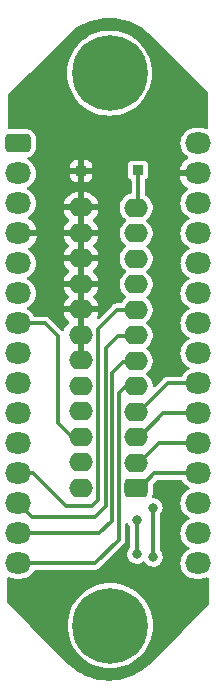
<source format=gtl>
G04 #@! TF.GenerationSoftware,KiCad,Pcbnew,6.0.1-79c1e3a40b~116~ubuntu20.04.1*
G04 #@! TF.CreationDate,2022-01-18T16:33:52+01:00*
G04 #@! TF.ProjectId,Nano_GPIB,4e616e6f-5f47-4504-9942-2e6b69636164,rev?*
G04 #@! TF.SameCoordinates,Original*
G04 #@! TF.FileFunction,Copper,L1,Top*
G04 #@! TF.FilePolarity,Positive*
%FSLAX46Y46*%
G04 Gerber Fmt 4.6, Leading zero omitted, Abs format (unit mm)*
G04 Created by KiCad (PCBNEW 6.0.1-79c1e3a40b~116~ubuntu20.04.1) date 2022-01-18 16:33:52*
%MOMM*%
%LPD*%
G01*
G04 APERTURE LIST*
G04 Aperture macros list*
%AMRoundRect*
0 Rectangle with rounded corners*
0 $1 Rounding radius*
0 $2 $3 $4 $5 $6 $7 $8 $9 X,Y pos of 4 corners*
0 Add a 4 corners polygon primitive as box body*
4,1,4,$2,$3,$4,$5,$6,$7,$8,$9,$2,$3,0*
0 Add four circle primitives for the rounded corners*
1,1,$1+$1,$2,$3*
1,1,$1+$1,$4,$5*
1,1,$1+$1,$6,$7*
1,1,$1+$1,$8,$9*
0 Add four rect primitives between the rounded corners*
20,1,$1+$1,$2,$3,$4,$5,0*
20,1,$1+$1,$4,$5,$6,$7,0*
20,1,$1+$1,$6,$7,$8,$9,0*
20,1,$1+$1,$8,$9,$2,$3,0*%
G04 Aperture macros list end*
G04 #@! TA.AperFunction,ComponentPad*
%ADD10R,0.850000X0.850000*%
G04 #@! TD*
G04 #@! TA.AperFunction,ComponentPad*
%ADD11RoundRect,0.400000X-0.700000X-0.400000X0.700000X-0.400000X0.700000X0.400000X-0.700000X0.400000X0*%
G04 #@! TD*
G04 #@! TA.AperFunction,ComponentPad*
%ADD12O,2.200000X1.800000*%
G04 #@! TD*
G04 #@! TA.AperFunction,ComponentPad*
%ADD13C,6.400000*%
G04 #@! TD*
G04 #@! TA.AperFunction,ComponentPad*
%ADD14C,0.800000*%
G04 #@! TD*
G04 #@! TA.AperFunction,ComponentPad*
%ADD15RoundRect,0.400000X0.600000X-0.400000X0.600000X0.400000X-0.600000X0.400000X-0.600000X-0.400000X0*%
G04 #@! TD*
G04 #@! TA.AperFunction,ComponentPad*
%ADD16O,2.000000X1.600000*%
G04 #@! TD*
G04 #@! TA.AperFunction,ViaPad*
%ADD17C,0.800000*%
G04 #@! TD*
G04 #@! TA.AperFunction,Conductor*
%ADD18C,0.300000*%
G04 #@! TD*
G04 APERTURE END LIST*
D10*
X101773739Y-87248447D03*
D11*
X96433300Y-84899000D03*
D12*
X96433300Y-87439000D03*
X96433300Y-89979000D03*
X96433300Y-92519000D03*
X96433300Y-95059000D03*
X96433300Y-97599000D03*
X96433300Y-100139000D03*
X96433300Y-102679000D03*
X96433300Y-105219000D03*
X96433300Y-107759000D03*
X96433300Y-110299000D03*
X96433300Y-112839000D03*
X96433300Y-115379000D03*
X96433300Y-117919000D03*
X96433300Y-120459000D03*
X111673300Y-120459000D03*
X111673300Y-117919000D03*
X111673300Y-115379000D03*
X111673300Y-112839000D03*
X111673300Y-110299000D03*
X111673300Y-107759000D03*
X111673300Y-105219000D03*
X111673300Y-102679000D03*
X111673300Y-100139000D03*
X111673300Y-97599000D03*
X111673300Y-95059000D03*
X111673300Y-92519000D03*
X111673300Y-89979000D03*
X111673300Y-87439000D03*
X111673300Y-84899000D03*
D13*
X104175300Y-78961000D03*
D14*
X104175300Y-81361000D03*
X102478244Y-77263944D03*
X106575300Y-78961000D03*
X105872356Y-80658056D03*
X104175300Y-76561000D03*
X105872356Y-77263944D03*
X101775300Y-78961000D03*
X102478244Y-80658056D03*
X101825300Y-125741000D03*
X102528244Y-127438056D03*
X102528244Y-124043944D03*
X106625300Y-125741000D03*
X105922356Y-124043944D03*
X104225300Y-123341000D03*
X105922356Y-127438056D03*
X104225300Y-128141000D03*
D13*
X104225300Y-125741000D03*
D15*
X106430000Y-114099000D03*
D16*
X106430000Y-111940000D03*
X106430000Y-109781000D03*
X106430000Y-107622000D03*
X106430000Y-105463000D03*
X106430000Y-103304000D03*
X106430000Y-101145000D03*
X106430000Y-98986000D03*
X106430000Y-96827000D03*
X106430000Y-94668000D03*
X106430000Y-92509000D03*
X106430000Y-90350000D03*
X101750000Y-114074500D03*
X101750000Y-111915500D03*
X101750000Y-109756500D03*
X101750000Y-107597500D03*
X101750000Y-105438500D03*
X101750000Y-103279500D03*
X101750000Y-101120500D03*
X101750000Y-98961500D03*
X101750000Y-96802500D03*
X101750000Y-94643500D03*
X101750000Y-92484500D03*
X101750000Y-90325500D03*
D10*
X106583739Y-87188447D03*
D17*
X108270000Y-114550000D03*
X97345300Y-80271000D03*
X96505300Y-122331000D03*
X111805300Y-83171000D03*
X111775300Y-122471000D03*
X110825300Y-80411000D03*
X96515300Y-83111000D03*
X97385300Y-124561000D03*
X110865300Y-124531000D03*
X106466300Y-119697000D03*
X106466300Y-116776000D03*
X107863300Y-119951000D03*
X107863300Y-115760000D03*
D18*
X101780000Y-103199700D02*
X101767300Y-103187000D01*
X101780000Y-87194708D02*
X101753739Y-87168447D01*
X101767300Y-92519000D02*
X101780000Y-92531700D01*
X101780000Y-92531700D02*
X101780000Y-103199700D01*
X98698300Y-100139000D02*
X99765300Y-101206000D01*
X96433300Y-100139000D02*
X98698300Y-100139000D01*
X99765300Y-108551000D02*
X101005300Y-109791000D01*
X101005300Y-109791000D02*
X101767300Y-109791000D01*
X99765300Y-101206000D02*
X99765300Y-108551000D01*
X106466300Y-119697000D02*
X106466300Y-116776000D01*
X107863300Y-119951000D02*
X107863300Y-115760000D01*
X100497300Y-115633000D02*
X102656300Y-115633000D01*
X96433300Y-112839000D02*
X97703300Y-112839000D01*
X97703300Y-112839000D02*
X100497300Y-115633000D01*
X106453600Y-99008700D02*
X106466300Y-98996000D01*
X104802600Y-99008700D02*
X106453600Y-99008700D01*
X102656300Y-115633000D02*
X103220000Y-115069300D01*
X103220000Y-100591300D02*
X104802600Y-99008700D01*
X103220000Y-115069300D02*
X103220000Y-100591300D01*
X96433300Y-115379000D02*
X97576300Y-116522000D01*
X106529800Y-101218500D02*
X106593300Y-101282000D01*
X104852800Y-101218500D02*
X106580600Y-101218500D01*
X103830000Y-102241300D02*
X104852800Y-101218500D01*
X102949322Y-116522000D02*
X103875300Y-115596022D01*
X103830000Y-115554056D02*
X103830000Y-102241300D01*
X97576300Y-116522000D02*
X102949322Y-116522000D01*
X103871966Y-115596022D02*
X103830000Y-115554056D01*
X105303800Y-103377500D02*
X104370000Y-104311300D01*
X103302311Y-117919000D02*
X96433300Y-117919000D01*
X104370000Y-104311300D02*
X104370000Y-116851311D01*
X104370000Y-116851311D02*
X103302311Y-117919000D01*
X106580600Y-103377500D02*
X105303800Y-103377500D01*
X104950000Y-106080000D02*
X105430000Y-105600000D01*
X104950000Y-118451300D02*
X104950000Y-106080000D01*
X96433300Y-120459000D02*
X102942300Y-120459000D01*
X105430000Y-105600000D02*
X106593300Y-105600000D01*
X102942300Y-120459000D02*
X104950000Y-118451300D01*
X106583739Y-87168447D02*
X106583739Y-90369561D01*
X106583739Y-90369561D02*
X106580600Y-90372700D01*
X106580600Y-114223300D02*
X107964900Y-112839000D01*
X107964900Y-112839000D02*
X111673300Y-112839000D01*
X106580600Y-112064300D02*
X108345900Y-110299000D01*
X108345900Y-110299000D02*
X111673300Y-110299000D01*
X106580600Y-109905300D02*
X108726900Y-107759000D01*
X108726900Y-107759000D02*
X111673300Y-107759000D01*
X109102300Y-105219000D02*
X111673300Y-105219000D01*
X106580600Y-107740700D02*
X109102300Y-105219000D01*
X106580600Y-107746300D02*
X106580600Y-107740700D01*
G04 #@! TA.AperFunction,Conductor*
G36*
X110283102Y-113409185D02*
G01*
X110328445Y-113461096D01*
X110342732Y-113491734D01*
X110345839Y-113496171D01*
X110345840Y-113496173D01*
X110470147Y-113673704D01*
X110470151Y-113673708D01*
X110473253Y-113678139D01*
X110634161Y-113839047D01*
X110638592Y-113842149D01*
X110638596Y-113842153D01*
X110782468Y-113942892D01*
X110820566Y-113969568D01*
X110825477Y-113971858D01*
X110878575Y-113996618D01*
X110931014Y-114042790D01*
X110950166Y-114109984D01*
X110929950Y-114176865D01*
X110878576Y-114221382D01*
X110820566Y-114248432D01*
X110816129Y-114251539D01*
X110816127Y-114251540D01*
X110638596Y-114375847D01*
X110638592Y-114375851D01*
X110634161Y-114378953D01*
X110473253Y-114539861D01*
X110470151Y-114544292D01*
X110470147Y-114544296D01*
X110345840Y-114721827D01*
X110342732Y-114726266D01*
X110340442Y-114731177D01*
X110248850Y-114927594D01*
X110248848Y-114927600D01*
X110246561Y-114932504D01*
X110187665Y-115152308D01*
X110187194Y-115157693D01*
X110187193Y-115157698D01*
X110174811Y-115299226D01*
X110167832Y-115379000D01*
X110168304Y-115384395D01*
X110186154Y-115588419D01*
X110187665Y-115605692D01*
X110246561Y-115825496D01*
X110248848Y-115830400D01*
X110248850Y-115830406D01*
X110323690Y-115990899D01*
X110342732Y-116031734D01*
X110345839Y-116036171D01*
X110345840Y-116036173D01*
X110470147Y-116213704D01*
X110470151Y-116213708D01*
X110473253Y-116218139D01*
X110634161Y-116379047D01*
X110638592Y-116382149D01*
X110638596Y-116382153D01*
X110784496Y-116484312D01*
X110820566Y-116509568D01*
X110825477Y-116511858D01*
X110878575Y-116536618D01*
X110931014Y-116582790D01*
X110950166Y-116649984D01*
X110929950Y-116716865D01*
X110878576Y-116761382D01*
X110820566Y-116788432D01*
X110816129Y-116791539D01*
X110816127Y-116791540D01*
X110638596Y-116915847D01*
X110638592Y-116915851D01*
X110634161Y-116918953D01*
X110473253Y-117079861D01*
X110470151Y-117084292D01*
X110470147Y-117084296D01*
X110346011Y-117261583D01*
X110342732Y-117266266D01*
X110340442Y-117271177D01*
X110248850Y-117467594D01*
X110248848Y-117467600D01*
X110246561Y-117472504D01*
X110187665Y-117692308D01*
X110167832Y-117919000D01*
X110187665Y-118145692D01*
X110246561Y-118365496D01*
X110248848Y-118370400D01*
X110248850Y-118370406D01*
X110319440Y-118521785D01*
X110342732Y-118571734D01*
X110345839Y-118576171D01*
X110345840Y-118576173D01*
X110470147Y-118753704D01*
X110470151Y-118753708D01*
X110473253Y-118758139D01*
X110634161Y-118919047D01*
X110638592Y-118922149D01*
X110638596Y-118922153D01*
X110816127Y-119046460D01*
X110820566Y-119049568D01*
X110850433Y-119063495D01*
X110878575Y-119076618D01*
X110931014Y-119122790D01*
X110950166Y-119189984D01*
X110929950Y-119256865D01*
X110878576Y-119301382D01*
X110820566Y-119328432D01*
X110816129Y-119331539D01*
X110816127Y-119331540D01*
X110638596Y-119455847D01*
X110638592Y-119455851D01*
X110634161Y-119458953D01*
X110473253Y-119619861D01*
X110470151Y-119624292D01*
X110470147Y-119624296D01*
X110370939Y-119765982D01*
X110342732Y-119806266D01*
X110340442Y-119811177D01*
X110248850Y-120007594D01*
X110248848Y-120007600D01*
X110246561Y-120012504D01*
X110187665Y-120232308D01*
X110187194Y-120237693D01*
X110187193Y-120237698D01*
X110168838Y-120447497D01*
X110167832Y-120459000D01*
X110168304Y-120464395D01*
X110186507Y-120672452D01*
X110187665Y-120685692D01*
X110246561Y-120905496D01*
X110248848Y-120910400D01*
X110248850Y-120910406D01*
X110291057Y-121000917D01*
X110342732Y-121111734D01*
X110345839Y-121116171D01*
X110345840Y-121116173D01*
X110470147Y-121293704D01*
X110470151Y-121293708D01*
X110473253Y-121298139D01*
X110634161Y-121459047D01*
X110638592Y-121462149D01*
X110638596Y-121462153D01*
X110816127Y-121586460D01*
X110820566Y-121589568D01*
X110825477Y-121591858D01*
X111021894Y-121683450D01*
X111021900Y-121683452D01*
X111026804Y-121685739D01*
X111246608Y-121744635D01*
X111251993Y-121745106D01*
X111251998Y-121745107D01*
X111413815Y-121759264D01*
X111413822Y-121759264D01*
X111416516Y-121759500D01*
X111930084Y-121759500D01*
X111932778Y-121759264D01*
X111932785Y-121759264D01*
X112094602Y-121745107D01*
X112094607Y-121745106D01*
X112099992Y-121744635D01*
X112319796Y-121685739D01*
X112366009Y-121664190D01*
X112395212Y-121650572D01*
X112464290Y-121640080D01*
X112528074Y-121668600D01*
X112566313Y-121727076D01*
X112571617Y-121762871D01*
X112572188Y-122617123D01*
X112573063Y-123927629D01*
X112553424Y-123994680D01*
X112536639Y-124015497D01*
X110286082Y-126260500D01*
X107505240Y-129034477D01*
X107487082Y-129049437D01*
X107475972Y-129056942D01*
X107468069Y-129067072D01*
X107451078Y-129084879D01*
X107170327Y-129325921D01*
X107162202Y-129332327D01*
X106836305Y-129567942D01*
X106827677Y-129573647D01*
X106702784Y-129648940D01*
X106483279Y-129781269D01*
X106474203Y-129786237D01*
X106113677Y-129964433D01*
X106104219Y-129968626D01*
X105730110Y-130116139D01*
X105720345Y-130119526D01*
X105335220Y-130235343D01*
X105325196Y-130237906D01*
X104931781Y-130321208D01*
X104921579Y-130322927D01*
X104610396Y-130362091D01*
X104522582Y-130373143D01*
X104512278Y-130374006D01*
X104110473Y-130390783D01*
X104100127Y-130390783D01*
X103698322Y-130374006D01*
X103688018Y-130373143D01*
X103600204Y-130362091D01*
X103289021Y-130322927D01*
X103278819Y-130321208D01*
X102885404Y-130237906D01*
X102875380Y-130235343D01*
X102490255Y-130119526D01*
X102480490Y-130116139D01*
X102106381Y-129968626D01*
X102096923Y-129964433D01*
X101736397Y-129786237D01*
X101727321Y-129781269D01*
X101507816Y-129648940D01*
X101382923Y-129573647D01*
X101374295Y-129567942D01*
X101048398Y-129332327D01*
X101040273Y-129325921D01*
X100759522Y-129084879D01*
X100742531Y-129067072D01*
X100734628Y-129056942D01*
X100726545Y-129051482D01*
X100726543Y-129051480D01*
X100725065Y-129050482D01*
X100723998Y-129049761D01*
X100705648Y-129034610D01*
X97418212Y-125741000D01*
X100619859Y-125741000D01*
X100639610Y-126117871D01*
X100698647Y-126490613D01*
X100796322Y-126855143D01*
X100797480Y-126858159D01*
X100797482Y-126858166D01*
X100930402Y-127204434D01*
X100930406Y-127204442D01*
X100931566Y-127207465D01*
X101102897Y-127543720D01*
X101104663Y-127546440D01*
X101104668Y-127546448D01*
X101306665Y-127857497D01*
X101308437Y-127860225D01*
X101310478Y-127862745D01*
X101310482Y-127862751D01*
X101543895Y-128150992D01*
X101545935Y-128153511D01*
X101812789Y-128420365D01*
X101815306Y-128422403D01*
X101815308Y-128422405D01*
X102103549Y-128655818D01*
X102103555Y-128655822D01*
X102106075Y-128657863D01*
X102108798Y-128659631D01*
X102108803Y-128659635D01*
X102377143Y-128833897D01*
X102422579Y-128863403D01*
X102758835Y-129034734D01*
X102761858Y-129035894D01*
X102761866Y-129035898D01*
X103108134Y-129168818D01*
X103108141Y-129168820D01*
X103111157Y-129169978D01*
X103475687Y-129267653D01*
X103848429Y-129326690D01*
X103851661Y-129326859D01*
X103851667Y-129326860D01*
X104222056Y-129346271D01*
X104225300Y-129346441D01*
X104228544Y-129346271D01*
X104598933Y-129326860D01*
X104598939Y-129326859D01*
X104602171Y-129326690D01*
X104974913Y-129267653D01*
X105339443Y-129169978D01*
X105342459Y-129168820D01*
X105342466Y-129168818D01*
X105688734Y-129035898D01*
X105688742Y-129035894D01*
X105691765Y-129034734D01*
X106028021Y-128863403D01*
X106073457Y-128833897D01*
X106341797Y-128659635D01*
X106341802Y-128659631D01*
X106344525Y-128657863D01*
X106347045Y-128655822D01*
X106347051Y-128655818D01*
X106635292Y-128422405D01*
X106635294Y-128422403D01*
X106637811Y-128420365D01*
X106904665Y-128153511D01*
X106906705Y-128150992D01*
X107140118Y-127862751D01*
X107140122Y-127862745D01*
X107142163Y-127860225D01*
X107143935Y-127857497D01*
X107345932Y-127546448D01*
X107345937Y-127546440D01*
X107347703Y-127543720D01*
X107519034Y-127207465D01*
X107520194Y-127204442D01*
X107520198Y-127204434D01*
X107653118Y-126858166D01*
X107653120Y-126858159D01*
X107654278Y-126855143D01*
X107751953Y-126490613D01*
X107810990Y-126117871D01*
X107830741Y-125741000D01*
X107810990Y-125364129D01*
X107751953Y-124991387D01*
X107654278Y-124626857D01*
X107653118Y-124623834D01*
X107520198Y-124277566D01*
X107520194Y-124277558D01*
X107519034Y-124274535D01*
X107347703Y-123938280D01*
X107345937Y-123935560D01*
X107345932Y-123935552D01*
X107143935Y-123624503D01*
X107143931Y-123624498D01*
X107142163Y-123621775D01*
X107140122Y-123619255D01*
X107140118Y-123619249D01*
X106906705Y-123331008D01*
X106906703Y-123331006D01*
X106904665Y-123328489D01*
X106637811Y-123061635D01*
X106635292Y-123059595D01*
X106347051Y-122826182D01*
X106347045Y-122826178D01*
X106344525Y-122824137D01*
X106341802Y-122822369D01*
X106341797Y-122822365D01*
X106030748Y-122620368D01*
X106028021Y-122618597D01*
X105691765Y-122447266D01*
X105688742Y-122446106D01*
X105688734Y-122446102D01*
X105342466Y-122313182D01*
X105342459Y-122313180D01*
X105339443Y-122312022D01*
X104974913Y-122214347D01*
X104602171Y-122155310D01*
X104598939Y-122155141D01*
X104598933Y-122155140D01*
X104228544Y-122135729D01*
X104225300Y-122135559D01*
X104222056Y-122135729D01*
X103851667Y-122155140D01*
X103851661Y-122155141D01*
X103848429Y-122155310D01*
X103475687Y-122214347D01*
X103111157Y-122312022D01*
X103108141Y-122313180D01*
X103108134Y-122313182D01*
X102761866Y-122446102D01*
X102761858Y-122446106D01*
X102758835Y-122447266D01*
X102422580Y-122618597D01*
X102419860Y-122620363D01*
X102419852Y-122620368D01*
X102108803Y-122822365D01*
X102108798Y-122822369D01*
X102106075Y-122824137D01*
X102103555Y-122826178D01*
X102103549Y-122826182D01*
X101815308Y-123059595D01*
X101812789Y-123061635D01*
X101545935Y-123328489D01*
X101543897Y-123331006D01*
X101543895Y-123331008D01*
X101310482Y-123619249D01*
X101310478Y-123619255D01*
X101308437Y-123621775D01*
X101306669Y-123624498D01*
X101306665Y-123624503D01*
X101104668Y-123935552D01*
X101104663Y-123935560D01*
X101102897Y-123938280D01*
X100931566Y-124274535D01*
X100930406Y-124277558D01*
X100930402Y-124277566D01*
X100797482Y-124623834D01*
X100796322Y-124626857D01*
X100698647Y-124991387D01*
X100639610Y-125364129D01*
X100619859Y-125741000D01*
X97418212Y-125741000D01*
X95541956Y-123861221D01*
X95508529Y-123799868D01*
X95505720Y-123773437D01*
X95506794Y-123059595D01*
X95508764Y-121750540D01*
X95528550Y-121683532D01*
X95581422Y-121637856D01*
X95650596Y-121628017D01*
X95685169Y-121638346D01*
X95737825Y-121662899D01*
X95786804Y-121685739D01*
X96006608Y-121744635D01*
X96011993Y-121745106D01*
X96011998Y-121745107D01*
X96173815Y-121759264D01*
X96173822Y-121759264D01*
X96176516Y-121759500D01*
X96690084Y-121759500D01*
X96692778Y-121759264D01*
X96692785Y-121759264D01*
X96854602Y-121745107D01*
X96854607Y-121745106D01*
X96859992Y-121744635D01*
X97079796Y-121685739D01*
X97084700Y-121683452D01*
X97084706Y-121683450D01*
X97281123Y-121591858D01*
X97286034Y-121589568D01*
X97290473Y-121586460D01*
X97468004Y-121462153D01*
X97468008Y-121462149D01*
X97472439Y-121459047D01*
X97633347Y-121298139D01*
X97636449Y-121293708D01*
X97636453Y-121293704D01*
X97760760Y-121116173D01*
X97760761Y-121116171D01*
X97763868Y-121111734D01*
X97778155Y-121081096D01*
X97824327Y-121028656D01*
X97890537Y-121009500D01*
X102927343Y-121009500D01*
X102932536Y-121009609D01*
X102986146Y-121011856D01*
X102986147Y-121011856D01*
X102994594Y-121012210D01*
X103002825Y-121010279D01*
X103002829Y-121010279D01*
X103037047Y-121002253D01*
X103048532Y-121000124D01*
X103066388Y-120997678D01*
X103083360Y-120995353D01*
X103083361Y-120995353D01*
X103091732Y-120994206D01*
X103105690Y-120988166D01*
X103126625Y-120981242D01*
X103133203Y-120979699D01*
X103141436Y-120977768D01*
X103179648Y-120956761D01*
X103190135Y-120951624D01*
X103222397Y-120937663D01*
X103222402Y-120937660D01*
X103230155Y-120934305D01*
X103236721Y-120928988D01*
X103236723Y-120928987D01*
X103241976Y-120924733D01*
X103260265Y-120912443D01*
X103273608Y-120905107D01*
X103281722Y-120898103D01*
X103306334Y-120873491D01*
X103315979Y-120864806D01*
X103347370Y-120839386D01*
X103358364Y-120823916D01*
X103371759Y-120808066D01*
X105328679Y-118851146D01*
X105332427Y-118847551D01*
X105371935Y-118811222D01*
X105371937Y-118811220D01*
X105378156Y-118805501D01*
X105401142Y-118768428D01*
X105407752Y-118758811D01*
X105408262Y-118758139D01*
X105434112Y-118724083D01*
X105437223Y-118716225D01*
X105437226Y-118716220D01*
X105439710Y-118709945D01*
X105449618Y-118690244D01*
X105453180Y-118684499D01*
X105457635Y-118677314D01*
X105469800Y-118635442D01*
X105473584Y-118624391D01*
X105486524Y-118591708D01*
X105486525Y-118591705D01*
X105489636Y-118583847D01*
X105490519Y-118575443D01*
X105490521Y-118575436D01*
X105491228Y-118568711D01*
X105495471Y-118547084D01*
X105497901Y-118538719D01*
X105499715Y-118532475D01*
X105500500Y-118521785D01*
X105500500Y-118486986D01*
X105501179Y-118474024D01*
X105504518Y-118442254D01*
X105505402Y-118433845D01*
X105502237Y-118415132D01*
X105500500Y-118394453D01*
X105500500Y-117168477D01*
X105520185Y-117101438D01*
X105572989Y-117055683D01*
X105642147Y-117045739D01*
X105705703Y-117074764D01*
X105734942Y-117113642D01*
X105735026Y-117113896D01*
X105738616Y-117119823D01*
X105738616Y-117119824D01*
X105814832Y-117245671D01*
X105828059Y-117267512D01*
X105832873Y-117272497D01*
X105880998Y-117322332D01*
X105913408Y-117384231D01*
X105915800Y-117408470D01*
X105915800Y-119063495D01*
X105896115Y-119130534D01*
X105878558Y-119152089D01*
X105846986Y-119183007D01*
X105846983Y-119183010D01*
X105842032Y-119187859D01*
X105813417Y-119232261D01*
X105749436Y-119331540D01*
X105744746Y-119338817D01*
X105742376Y-119345329D01*
X105702151Y-119455847D01*
X105683322Y-119507578D01*
X105682453Y-119514459D01*
X105668578Y-119624296D01*
X105660814Y-119685753D01*
X105661491Y-119692655D01*
X105675635Y-119836904D01*
X105678339Y-119864486D01*
X105735026Y-120034896D01*
X105738619Y-120040829D01*
X105738620Y-120040831D01*
X105824468Y-120182583D01*
X105828059Y-120188512D01*
X105952814Y-120317699D01*
X105958608Y-120321490D01*
X105958611Y-120321493D01*
X106054513Y-120384249D01*
X106103089Y-120416036D01*
X106271416Y-120478636D01*
X106449430Y-120502388D01*
X106456331Y-120501760D01*
X106456333Y-120501760D01*
X106564044Y-120491958D01*
X106628281Y-120486112D01*
X106799082Y-120430615D01*
X106953344Y-120338657D01*
X106973753Y-120319222D01*
X106974099Y-120318893D01*
X107036223Y-120286917D01*
X107105772Y-120293605D01*
X107160665Y-120336831D01*
X107165675Y-120344457D01*
X107209025Y-120416036D01*
X107225059Y-120442512D01*
X107349814Y-120571699D01*
X107355608Y-120575490D01*
X107355611Y-120575493D01*
X107451513Y-120638249D01*
X107500089Y-120670036D01*
X107506584Y-120672451D01*
X107506585Y-120672452D01*
X107564441Y-120693968D01*
X107668416Y-120732636D01*
X107846430Y-120756388D01*
X107853331Y-120755760D01*
X107853333Y-120755760D01*
X107961044Y-120745958D01*
X108025281Y-120740112D01*
X108196082Y-120684615D01*
X108350344Y-120592657D01*
X108462227Y-120486112D01*
X108475380Y-120473587D01*
X108475382Y-120473585D01*
X108480399Y-120468807D01*
X108564511Y-120342208D01*
X108575945Y-120324999D01*
X108575946Y-120324997D01*
X108579783Y-120319222D01*
X108643557Y-120151336D01*
X108668551Y-119973493D01*
X108668865Y-119951000D01*
X108648846Y-119772528D01*
X108589785Y-119602927D01*
X108494616Y-119450625D01*
X108449813Y-119405508D01*
X108416542Y-119344068D01*
X108413800Y-119318133D01*
X108413800Y-116394375D01*
X108433485Y-116327336D01*
X108452287Y-116304578D01*
X108453855Y-116303085D01*
X108480399Y-116277807D01*
X108567934Y-116146056D01*
X108575945Y-116133999D01*
X108575946Y-116133997D01*
X108579783Y-116128222D01*
X108643557Y-115960336D01*
X108668551Y-115782493D01*
X108668865Y-115760000D01*
X108648846Y-115581528D01*
X108589785Y-115411927D01*
X108494616Y-115259625D01*
X108388045Y-115152308D01*
X108372953Y-115137110D01*
X108372952Y-115137109D01*
X108368070Y-115132193D01*
X108216436Y-115035963D01*
X108208046Y-115032975D01*
X108053779Y-114978043D01*
X108053775Y-114978042D01*
X108047251Y-114975719D01*
X107880883Y-114955881D01*
X107816646Y-114928397D01*
X107777465Y-114870547D01*
X107775780Y-114800698D01*
X107783927Y-114778781D01*
X107789827Y-114766577D01*
X107798000Y-114731177D01*
X107829045Y-114596705D01*
X107829045Y-114596704D01*
X107830226Y-114591589D01*
X107830500Y-114586837D01*
X107830499Y-113803287D01*
X107850183Y-113736248D01*
X107866818Y-113715606D01*
X108156605Y-113425819D01*
X108217928Y-113392334D01*
X108244286Y-113389500D01*
X110216063Y-113389500D01*
X110283102Y-113409185D01*
G37*
G04 #@! TD.AperFunction*
G04 #@! TA.AperFunction,Conductor*
G36*
X104555204Y-74289935D02*
G01*
X104565508Y-74290798D01*
X104653322Y-74301850D01*
X104964505Y-74341014D01*
X104974707Y-74342733D01*
X105368122Y-74426035D01*
X105378146Y-74428598D01*
X105763271Y-74544415D01*
X105773036Y-74547802D01*
X106075360Y-74667010D01*
X106147145Y-74695315D01*
X106156603Y-74699508D01*
X106517129Y-74877704D01*
X106526205Y-74882672D01*
X106870601Y-75090292D01*
X106879231Y-75095999D01*
X107205128Y-75331614D01*
X107213247Y-75338015D01*
X107440566Y-75533182D01*
X107494004Y-75579062D01*
X107510993Y-75596867D01*
X107518898Y-75606999D01*
X107526985Y-75612462D01*
X107530132Y-75614588D01*
X107548239Y-75629497D01*
X112507681Y-80570937D01*
X112541277Y-80632200D01*
X112544159Y-80658695D01*
X112546113Y-83583070D01*
X112526473Y-83650123D01*
X112473700Y-83695913D01*
X112404548Y-83705903D01*
X112369709Y-83695535D01*
X112324711Y-83674552D01*
X112324702Y-83674549D01*
X112319796Y-83672261D01*
X112099992Y-83613365D01*
X112094607Y-83612894D01*
X112094602Y-83612893D01*
X111932785Y-83598736D01*
X111932778Y-83598736D01*
X111930084Y-83598500D01*
X111416516Y-83598500D01*
X111413822Y-83598736D01*
X111413815Y-83598736D01*
X111251998Y-83612893D01*
X111251993Y-83612894D01*
X111246608Y-83613365D01*
X111026804Y-83672261D01*
X111021900Y-83674548D01*
X111021894Y-83674550D01*
X110841539Y-83758652D01*
X110820566Y-83768432D01*
X110816129Y-83771539D01*
X110816127Y-83771540D01*
X110638596Y-83895847D01*
X110638592Y-83895851D01*
X110634161Y-83898953D01*
X110473253Y-84059861D01*
X110470151Y-84064292D01*
X110470147Y-84064296D01*
X110461966Y-84075980D01*
X110342732Y-84246266D01*
X110340442Y-84251177D01*
X110248850Y-84447594D01*
X110248848Y-84447600D01*
X110246561Y-84452504D01*
X110187665Y-84672308D01*
X110167832Y-84899000D01*
X110187665Y-85125692D01*
X110246561Y-85345496D01*
X110248848Y-85350400D01*
X110248850Y-85350406D01*
X110270440Y-85396705D01*
X110342732Y-85551734D01*
X110345839Y-85556171D01*
X110345840Y-85556173D01*
X110470147Y-85733704D01*
X110470151Y-85733708D01*
X110473253Y-85738139D01*
X110634161Y-85899047D01*
X110638592Y-85902149D01*
X110638596Y-85902153D01*
X110789952Y-86008132D01*
X110833577Y-86062709D01*
X110840771Y-86132207D01*
X110809248Y-86194562D01*
X110788079Y-86212568D01*
X110597237Y-86341051D01*
X110589087Y-86347603D01*
X110424772Y-86504352D01*
X110417836Y-86512192D01*
X110282280Y-86694385D01*
X110276769Y-86703273D01*
X110173852Y-86905696D01*
X110169910Y-86915405D01*
X110102573Y-87132266D01*
X110100325Y-87142491D01*
X110096504Y-87171325D01*
X110098666Y-87185268D01*
X110111640Y-87189000D01*
X111799300Y-87189000D01*
X111866339Y-87208685D01*
X111912094Y-87261489D01*
X111923300Y-87313000D01*
X111923300Y-87565000D01*
X111903615Y-87632039D01*
X111850811Y-87677794D01*
X111799300Y-87689000D01*
X110113068Y-87689000D01*
X110099751Y-87692910D01*
X110098249Y-87703352D01*
X110126420Y-87837613D01*
X110129430Y-87847647D01*
X110212841Y-88058857D01*
X110217492Y-88068228D01*
X110335299Y-88262366D01*
X110341466Y-88270823D01*
X110490297Y-88442337D01*
X110497802Y-88449634D01*
X110673405Y-88593620D01*
X110682026Y-88599545D01*
X110784202Y-88657707D01*
X110832725Y-88707979D01*
X110846367Y-88776504D01*
X110820796Y-88841526D01*
X110793982Y-88867046D01*
X110638596Y-88975847D01*
X110638592Y-88975851D01*
X110634161Y-88978953D01*
X110473253Y-89139861D01*
X110470151Y-89144292D01*
X110470147Y-89144296D01*
X110347466Y-89319505D01*
X110342732Y-89326266D01*
X110340442Y-89331177D01*
X110248850Y-89527594D01*
X110248848Y-89527600D01*
X110246561Y-89532504D01*
X110187665Y-89752308D01*
X110187194Y-89757693D01*
X110187193Y-89757698D01*
X110176995Y-89874265D01*
X110167832Y-89979000D01*
X110168304Y-89984395D01*
X110176275Y-90075500D01*
X110187665Y-90205692D01*
X110246561Y-90425496D01*
X110248848Y-90430400D01*
X110248850Y-90430406D01*
X110316509Y-90575500D01*
X110342732Y-90631734D01*
X110345839Y-90636171D01*
X110345840Y-90636173D01*
X110470147Y-90813704D01*
X110470151Y-90813708D01*
X110473253Y-90818139D01*
X110634161Y-90979047D01*
X110638592Y-90982149D01*
X110638596Y-90982153D01*
X110793982Y-91090954D01*
X110820566Y-91109568D01*
X110825477Y-91111858D01*
X110878575Y-91136618D01*
X110931014Y-91182790D01*
X110950166Y-91249984D01*
X110929950Y-91316865D01*
X110878576Y-91361382D01*
X110820566Y-91388432D01*
X110816129Y-91391539D01*
X110816127Y-91391540D01*
X110638596Y-91515847D01*
X110638592Y-91515851D01*
X110634161Y-91518953D01*
X110473253Y-91679861D01*
X110470151Y-91684292D01*
X110470147Y-91684296D01*
X110385468Y-91805232D01*
X110342732Y-91866266D01*
X110340442Y-91871177D01*
X110248850Y-92067594D01*
X110248848Y-92067600D01*
X110246561Y-92072504D01*
X110187665Y-92292308D01*
X110187194Y-92297693D01*
X110187193Y-92297698D01*
X110177473Y-92408801D01*
X110167832Y-92519000D01*
X110168304Y-92524395D01*
X110187028Y-92738410D01*
X110187665Y-92745692D01*
X110246561Y-92965496D01*
X110248848Y-92970400D01*
X110248850Y-92970406D01*
X110324241Y-93132080D01*
X110342732Y-93171734D01*
X110345839Y-93176171D01*
X110345840Y-93176173D01*
X110470147Y-93353704D01*
X110470151Y-93353708D01*
X110473253Y-93358139D01*
X110634161Y-93519047D01*
X110638592Y-93522149D01*
X110638596Y-93522153D01*
X110806930Y-93640020D01*
X110820566Y-93649568D01*
X110825477Y-93651858D01*
X110878575Y-93676618D01*
X110931014Y-93722790D01*
X110950166Y-93789984D01*
X110929950Y-93856865D01*
X110878576Y-93901382D01*
X110820566Y-93928432D01*
X110816129Y-93931539D01*
X110816127Y-93931540D01*
X110638596Y-94055847D01*
X110638592Y-94055851D01*
X110634161Y-94058953D01*
X110473253Y-94219861D01*
X110470151Y-94224292D01*
X110470147Y-94224296D01*
X110354014Y-94390153D01*
X110342732Y-94406266D01*
X110340442Y-94411177D01*
X110248850Y-94607594D01*
X110248848Y-94607600D01*
X110246561Y-94612504D01*
X110187665Y-94832308D01*
X110187194Y-94837693D01*
X110187193Y-94837698D01*
X110180751Y-94911330D01*
X110167832Y-95059000D01*
X110168304Y-95064395D01*
X110181932Y-95220159D01*
X110187665Y-95285692D01*
X110246561Y-95505496D01*
X110248848Y-95510400D01*
X110248850Y-95510406D01*
X110275414Y-95567371D01*
X110342732Y-95711734D01*
X110345839Y-95716171D01*
X110345840Y-95716173D01*
X110470147Y-95893704D01*
X110470151Y-95893708D01*
X110473253Y-95898139D01*
X110634161Y-96059047D01*
X110638592Y-96062149D01*
X110638596Y-96062153D01*
X110757754Y-96145587D01*
X110820566Y-96189568D01*
X110825477Y-96191858D01*
X110878575Y-96216618D01*
X110931014Y-96262790D01*
X110950166Y-96329984D01*
X110929950Y-96396865D01*
X110878576Y-96441382D01*
X110820566Y-96468432D01*
X110816129Y-96471539D01*
X110816127Y-96471540D01*
X110638596Y-96595847D01*
X110638592Y-96595851D01*
X110634161Y-96598953D01*
X110473253Y-96759861D01*
X110470151Y-96764292D01*
X110470147Y-96764296D01*
X110363991Y-96915905D01*
X110342732Y-96946266D01*
X110340442Y-96951177D01*
X110248850Y-97147594D01*
X110248848Y-97147600D01*
X110246561Y-97152504D01*
X110187665Y-97372308D01*
X110187194Y-97377693D01*
X110187193Y-97377698D01*
X110173374Y-97535659D01*
X110167832Y-97599000D01*
X110168304Y-97604395D01*
X110186807Y-97815881D01*
X110187665Y-97825692D01*
X110246561Y-98045496D01*
X110248848Y-98050400D01*
X110248850Y-98050406D01*
X110332952Y-98230761D01*
X110342732Y-98251734D01*
X110345839Y-98256171D01*
X110345840Y-98256173D01*
X110470147Y-98433704D01*
X110470151Y-98433708D01*
X110473253Y-98438139D01*
X110634161Y-98599047D01*
X110638592Y-98602149D01*
X110638596Y-98602153D01*
X110788472Y-98707096D01*
X110820566Y-98729568D01*
X110825477Y-98731858D01*
X110878575Y-98756618D01*
X110931014Y-98802790D01*
X110950166Y-98869984D01*
X110929950Y-98936865D01*
X110878576Y-98981382D01*
X110820566Y-99008432D01*
X110816129Y-99011539D01*
X110816127Y-99011540D01*
X110638596Y-99135847D01*
X110638592Y-99135851D01*
X110634161Y-99138953D01*
X110473253Y-99299861D01*
X110470151Y-99304292D01*
X110470147Y-99304296D01*
X110394218Y-99412735D01*
X110342732Y-99486266D01*
X110340442Y-99491177D01*
X110248850Y-99687594D01*
X110248848Y-99687600D01*
X110246561Y-99692504D01*
X110187665Y-99912308D01*
X110187194Y-99917693D01*
X110187193Y-99917698D01*
X110170794Y-100105143D01*
X110167832Y-100139000D01*
X110168304Y-100144395D01*
X110183538Y-100318517D01*
X110187665Y-100365692D01*
X110246561Y-100585496D01*
X110248848Y-100590400D01*
X110248850Y-100590406D01*
X110305819Y-100712574D01*
X110342732Y-100791734D01*
X110345839Y-100796171D01*
X110345840Y-100796173D01*
X110470147Y-100973704D01*
X110470151Y-100973708D01*
X110473253Y-100978139D01*
X110634161Y-101139047D01*
X110638592Y-101142149D01*
X110638596Y-101142153D01*
X110766570Y-101231760D01*
X110820566Y-101269568D01*
X110825477Y-101271858D01*
X110878575Y-101296618D01*
X110931014Y-101342790D01*
X110950166Y-101409984D01*
X110929950Y-101476865D01*
X110878576Y-101521382D01*
X110820566Y-101548432D01*
X110816129Y-101551539D01*
X110816127Y-101551540D01*
X110638596Y-101675847D01*
X110638592Y-101675851D01*
X110634161Y-101678953D01*
X110473253Y-101839861D01*
X110470151Y-101844292D01*
X110470147Y-101844296D01*
X110392718Y-101954878D01*
X110342732Y-102026266D01*
X110340442Y-102031177D01*
X110248850Y-102227594D01*
X110248848Y-102227600D01*
X110246561Y-102232504D01*
X110187665Y-102452308D01*
X110187194Y-102457693D01*
X110187193Y-102457698D01*
X110177729Y-102565876D01*
X110167832Y-102679000D01*
X110168304Y-102684395D01*
X110185844Y-102884876D01*
X110187665Y-102905692D01*
X110189065Y-102910917D01*
X110192587Y-102924060D01*
X110246561Y-103125496D01*
X110248848Y-103130400D01*
X110248850Y-103130406D01*
X110283075Y-103203801D01*
X110342732Y-103331734D01*
X110345839Y-103336171D01*
X110345840Y-103336173D01*
X110470147Y-103513704D01*
X110470151Y-103513708D01*
X110473253Y-103518139D01*
X110634161Y-103679047D01*
X110638592Y-103682149D01*
X110638596Y-103682153D01*
X110816127Y-103806460D01*
X110820566Y-103809568D01*
X110825477Y-103811858D01*
X110878575Y-103836618D01*
X110931014Y-103882790D01*
X110950166Y-103949984D01*
X110929950Y-104016865D01*
X110878576Y-104061382D01*
X110820566Y-104088432D01*
X110816129Y-104091539D01*
X110816127Y-104091540D01*
X110638596Y-104215847D01*
X110638592Y-104215851D01*
X110634161Y-104218953D01*
X110473253Y-104379861D01*
X110470151Y-104384292D01*
X110470147Y-104384296D01*
X110361596Y-104539325D01*
X110342732Y-104566266D01*
X110340442Y-104571177D01*
X110340440Y-104571181D01*
X110328445Y-104596904D01*
X110282273Y-104649344D01*
X110216063Y-104668500D01*
X109117257Y-104668500D01*
X109112064Y-104668391D01*
X109058454Y-104666144D01*
X109058453Y-104666144D01*
X109050006Y-104665790D01*
X109041775Y-104667721D01*
X109041771Y-104667721D01*
X109007553Y-104675747D01*
X108996068Y-104677876D01*
X108978212Y-104680322D01*
X108961240Y-104682647D01*
X108961239Y-104682647D01*
X108952868Y-104683794D01*
X108945110Y-104687151D01*
X108945111Y-104687151D01*
X108938911Y-104689834D01*
X108917975Y-104696758D01*
X108911394Y-104698301D01*
X108911389Y-104698303D01*
X108903164Y-104700232D01*
X108895756Y-104704305D01*
X108895755Y-104704305D01*
X108864949Y-104721240D01*
X108854459Y-104726379D01*
X108830905Y-104736572D01*
X108814445Y-104743695D01*
X108807871Y-104749018D01*
X108807870Y-104749019D01*
X108802622Y-104753268D01*
X108784325Y-104765564D01*
X108776686Y-104769763D01*
X108776681Y-104769766D01*
X108770992Y-104772894D01*
X108762878Y-104779898D01*
X108738271Y-104804505D01*
X108728626Y-104813190D01*
X108697230Y-104838614D01*
X108692333Y-104845505D01*
X108692331Y-104845507D01*
X108686234Y-104854086D01*
X108672839Y-104869937D01*
X108043046Y-105499730D01*
X107981723Y-105533215D01*
X107912031Y-105528231D01*
X107856098Y-105486359D01*
X107831681Y-105420895D01*
X107831376Y-105410426D01*
X107831852Y-105374095D01*
X107831852Y-105374090D01*
X107831926Y-105368406D01*
X107822316Y-105312476D01*
X107795525Y-105156560D01*
X107795524Y-105156557D01*
X107794562Y-105150957D01*
X107718196Y-104943957D01*
X107612063Y-104765564D01*
X107608296Y-104759232D01*
X107608295Y-104759231D01*
X107605386Y-104754341D01*
X107459910Y-104588457D01*
X107455451Y-104584942D01*
X107455447Y-104584938D01*
X107322466Y-104480105D01*
X107282006Y-104423143D01*
X107278764Y-104353349D01*
X107313771Y-104292881D01*
X107325042Y-104283371D01*
X107406180Y-104222782D01*
X107436733Y-104199967D01*
X107586501Y-104037949D01*
X107642624Y-103949000D01*
X107701202Y-103856159D01*
X107701203Y-103856157D01*
X107704236Y-103851350D01*
X107785994Y-103646421D01*
X107829038Y-103430024D01*
X107829360Y-103405500D01*
X107831852Y-103215095D01*
X107831852Y-103215090D01*
X107831926Y-103209406D01*
X107800830Y-103028434D01*
X107795525Y-102997560D01*
X107795524Y-102997557D01*
X107794562Y-102991957D01*
X107718196Y-102784957D01*
X107605386Y-102595341D01*
X107459910Y-102429457D01*
X107455451Y-102425942D01*
X107455447Y-102425938D01*
X107322466Y-102321105D01*
X107282006Y-102264143D01*
X107278764Y-102194349D01*
X107313771Y-102133881D01*
X107325042Y-102124371D01*
X107436733Y-102040967D01*
X107586501Y-101878949D01*
X107605540Y-101848774D01*
X107701202Y-101697159D01*
X107701203Y-101697157D01*
X107704236Y-101692350D01*
X107785994Y-101487421D01*
X107829038Y-101271024D01*
X107829728Y-101218365D01*
X107831852Y-101056095D01*
X107831852Y-101056090D01*
X107831926Y-101050406D01*
X107824444Y-101006864D01*
X107795525Y-100838560D01*
X107795524Y-100838557D01*
X107794562Y-100832957D01*
X107718196Y-100625957D01*
X107605386Y-100436341D01*
X107459910Y-100270457D01*
X107455451Y-100266942D01*
X107455447Y-100266938D01*
X107322466Y-100162105D01*
X107282006Y-100105143D01*
X107278764Y-100035349D01*
X107313771Y-99974881D01*
X107325042Y-99965371D01*
X107436733Y-99881967D01*
X107586501Y-99719949D01*
X107602458Y-99694659D01*
X107701202Y-99538159D01*
X107701203Y-99538157D01*
X107704236Y-99533350D01*
X107785994Y-99328421D01*
X107829038Y-99112024D01*
X107830354Y-99011540D01*
X107831852Y-98897095D01*
X107831852Y-98897090D01*
X107831926Y-98891406D01*
X107801013Y-98711500D01*
X107795525Y-98679560D01*
X107795524Y-98679557D01*
X107794562Y-98673957D01*
X107718196Y-98466957D01*
X107605386Y-98277341D01*
X107459910Y-98111457D01*
X107455451Y-98107942D01*
X107455447Y-98107938D01*
X107322466Y-98003105D01*
X107282006Y-97946143D01*
X107278764Y-97876349D01*
X107313771Y-97815881D01*
X107325042Y-97806371D01*
X107436733Y-97722967D01*
X107586501Y-97560949D01*
X107605544Y-97530768D01*
X107701202Y-97379159D01*
X107701203Y-97379157D01*
X107704236Y-97374350D01*
X107785994Y-97169421D01*
X107829038Y-96953024D01*
X107829127Y-96946266D01*
X107831852Y-96738095D01*
X107831852Y-96738090D01*
X107831926Y-96732406D01*
X107830963Y-96726801D01*
X107795525Y-96520560D01*
X107795524Y-96520557D01*
X107794562Y-96514957D01*
X107718196Y-96307957D01*
X107605386Y-96118341D01*
X107459910Y-95952457D01*
X107455451Y-95948942D01*
X107455447Y-95948938D01*
X107322466Y-95844105D01*
X107282006Y-95787143D01*
X107278764Y-95717349D01*
X107313771Y-95656881D01*
X107325042Y-95647371D01*
X107436733Y-95563967D01*
X107586501Y-95401949D01*
X107605544Y-95371768D01*
X107701202Y-95220159D01*
X107701203Y-95220157D01*
X107704236Y-95215350D01*
X107785994Y-95010421D01*
X107829038Y-94794024D01*
X107829377Y-94768199D01*
X107831852Y-94579095D01*
X107831852Y-94579090D01*
X107831926Y-94573406D01*
X107830963Y-94567801D01*
X107795525Y-94361560D01*
X107795524Y-94361557D01*
X107794562Y-94355957D01*
X107718196Y-94148957D01*
X107605386Y-93959341D01*
X107459910Y-93793457D01*
X107455451Y-93789942D01*
X107455447Y-93789938D01*
X107322466Y-93685105D01*
X107282006Y-93628143D01*
X107278764Y-93558349D01*
X107313771Y-93497881D01*
X107325042Y-93488371D01*
X107436733Y-93404967D01*
X107586501Y-93242949D01*
X107605544Y-93212768D01*
X107701202Y-93061159D01*
X107701203Y-93061157D01*
X107704236Y-93056350D01*
X107785994Y-92851421D01*
X107791104Y-92825734D01*
X107816807Y-92696511D01*
X107829038Y-92635024D01*
X107829377Y-92609199D01*
X107831852Y-92420095D01*
X107831852Y-92420090D01*
X107831926Y-92414406D01*
X107828248Y-92393000D01*
X107795525Y-92202560D01*
X107795524Y-92202557D01*
X107794562Y-92196957D01*
X107718196Y-91989957D01*
X107605386Y-91800341D01*
X107459910Y-91634457D01*
X107455451Y-91630942D01*
X107455447Y-91630938D01*
X107322466Y-91526105D01*
X107282006Y-91469143D01*
X107278764Y-91399349D01*
X107313771Y-91338881D01*
X107325042Y-91329371D01*
X107436733Y-91245967D01*
X107586501Y-91083949D01*
X107605544Y-91053768D01*
X107701202Y-90902159D01*
X107701203Y-90902157D01*
X107704236Y-90897350D01*
X107785994Y-90692421D01*
X107797183Y-90636173D01*
X107827927Y-90481608D01*
X107829038Y-90476024D01*
X107829377Y-90450199D01*
X107831852Y-90261095D01*
X107831852Y-90261090D01*
X107831926Y-90255406D01*
X107830963Y-90249801D01*
X107795525Y-90043560D01*
X107795524Y-90043557D01*
X107794562Y-90037957D01*
X107718196Y-89830957D01*
X107605386Y-89641341D01*
X107459910Y-89475457D01*
X107286640Y-89338863D01*
X107281609Y-89336216D01*
X107200502Y-89293543D01*
X107150339Y-89244908D01*
X107134239Y-89183805D01*
X107134239Y-88074981D01*
X107153924Y-88007942D01*
X107201943Y-87964497D01*
X107238383Y-87945929D01*
X107238384Y-87945929D01*
X107247081Y-87941497D01*
X107336789Y-87851789D01*
X107394385Y-87738751D01*
X107399992Y-87703352D01*
X107408476Y-87649786D01*
X107408476Y-87649781D01*
X107409239Y-87644966D01*
X107409238Y-86731929D01*
X107394385Y-86638143D01*
X107336789Y-86525105D01*
X107247081Y-86435397D01*
X107134043Y-86377801D01*
X107104806Y-86373170D01*
X107045078Y-86363710D01*
X107045073Y-86363710D01*
X107040258Y-86362947D01*
X107035380Y-86362947D01*
X106583412Y-86362948D01*
X106127221Y-86362948D01*
X106054588Y-86374451D01*
X106043070Y-86376275D01*
X106043069Y-86376275D01*
X106033435Y-86377801D01*
X105920397Y-86435397D01*
X105830689Y-86525105D01*
X105773093Y-86638143D01*
X105758239Y-86731928D01*
X105758240Y-87644965D01*
X105773093Y-87738751D01*
X105830689Y-87851789D01*
X105920397Y-87941497D01*
X105929094Y-87945929D01*
X105929095Y-87945929D01*
X105965535Y-87964497D01*
X106016330Y-88012472D01*
X106033239Y-88074981D01*
X106033239Y-89064207D01*
X106013554Y-89131246D01*
X105960750Y-89177001D01*
X105942897Y-89183551D01*
X105803415Y-89222889D01*
X105803407Y-89222892D01*
X105797936Y-89224435D01*
X105600053Y-89322020D01*
X105423267Y-89454033D01*
X105273499Y-89616051D01*
X105270465Y-89620860D01*
X105270464Y-89620861D01*
X105184127Y-89757698D01*
X105155764Y-89802650D01*
X105074006Y-90007579D01*
X105072896Y-90013160D01*
X105072895Y-90013163D01*
X105062947Y-90063174D01*
X105030962Y-90223976D01*
X105030888Y-90229663D01*
X105030887Y-90229668D01*
X105028148Y-90438905D01*
X105028074Y-90444594D01*
X105029037Y-90450198D01*
X105029037Y-90450199D01*
X105051560Y-90581274D01*
X105065438Y-90662043D01*
X105141804Y-90869043D01*
X105254614Y-91058659D01*
X105400090Y-91224543D01*
X105404549Y-91228058D01*
X105404553Y-91228062D01*
X105537534Y-91332895D01*
X105577994Y-91389857D01*
X105581236Y-91459651D01*
X105546229Y-91520119D01*
X105534958Y-91529629D01*
X105423267Y-91613033D01*
X105273499Y-91775051D01*
X105270465Y-91779860D01*
X105270464Y-91779861D01*
X105201116Y-91889772D01*
X105155764Y-91961650D01*
X105074006Y-92166579D01*
X105072896Y-92172160D01*
X105072895Y-92172163D01*
X105062947Y-92222174D01*
X105030962Y-92382976D01*
X105030888Y-92388663D01*
X105030887Y-92388668D01*
X105028148Y-92597905D01*
X105028074Y-92603594D01*
X105029037Y-92609198D01*
X105029037Y-92609199D01*
X105059533Y-92786675D01*
X105065438Y-92821043D01*
X105141804Y-93028043D01*
X105254614Y-93217659D01*
X105400090Y-93383543D01*
X105404549Y-93387058D01*
X105404553Y-93387062D01*
X105537534Y-93491895D01*
X105577994Y-93548857D01*
X105581236Y-93618651D01*
X105546229Y-93679119D01*
X105534958Y-93688629D01*
X105423267Y-93772033D01*
X105273499Y-93934051D01*
X105270465Y-93938860D01*
X105270464Y-93938861D01*
X105196652Y-94055847D01*
X105155764Y-94120650D01*
X105074006Y-94325579D01*
X105072896Y-94331160D01*
X105072895Y-94331163D01*
X105052484Y-94433778D01*
X105030962Y-94541976D01*
X105030888Y-94547663D01*
X105030887Y-94547668D01*
X105029970Y-94617737D01*
X105028074Y-94762594D01*
X105029037Y-94768198D01*
X105029037Y-94768199D01*
X105051560Y-94899274D01*
X105065438Y-94980043D01*
X105141804Y-95187043D01*
X105254614Y-95376659D01*
X105400090Y-95542543D01*
X105404549Y-95546058D01*
X105404553Y-95546062D01*
X105537534Y-95650895D01*
X105577994Y-95707857D01*
X105581236Y-95777651D01*
X105546229Y-95838119D01*
X105534958Y-95847629D01*
X105423267Y-95931033D01*
X105273499Y-96093051D01*
X105270465Y-96097860D01*
X105270464Y-96097861D01*
X105211157Y-96191858D01*
X105155764Y-96279650D01*
X105074006Y-96484579D01*
X105072896Y-96490160D01*
X105072895Y-96490163D01*
X105062947Y-96540174D01*
X105030962Y-96700976D01*
X105030888Y-96706663D01*
X105030887Y-96706668D01*
X105030476Y-96738095D01*
X105028074Y-96921594D01*
X105029037Y-96927198D01*
X105029037Y-96927199D01*
X105051560Y-97058274D01*
X105065438Y-97139043D01*
X105141804Y-97346043D01*
X105254614Y-97535659D01*
X105400090Y-97701543D01*
X105404549Y-97705058D01*
X105404553Y-97705062D01*
X105537534Y-97809895D01*
X105577994Y-97866857D01*
X105581236Y-97936651D01*
X105546229Y-97997119D01*
X105534958Y-98006629D01*
X105423267Y-98090033D01*
X105273499Y-98252051D01*
X105270465Y-98256860D01*
X105270464Y-98256861D01*
X105179918Y-98400368D01*
X105127497Y-98446561D01*
X105075048Y-98458200D01*
X104817557Y-98458200D01*
X104812364Y-98458091D01*
X104758754Y-98455844D01*
X104758753Y-98455844D01*
X104750306Y-98455490D01*
X104742075Y-98457421D01*
X104742071Y-98457421D01*
X104707853Y-98465447D01*
X104696368Y-98467576D01*
X104678512Y-98470022D01*
X104661540Y-98472347D01*
X104661539Y-98472347D01*
X104653168Y-98473494D01*
X104645410Y-98476851D01*
X104645411Y-98476851D01*
X104639211Y-98479534D01*
X104618275Y-98486458D01*
X104611694Y-98488001D01*
X104611689Y-98488003D01*
X104603464Y-98489932D01*
X104596056Y-98494005D01*
X104596055Y-98494005D01*
X104565249Y-98510940D01*
X104554759Y-98516079D01*
X104531205Y-98526272D01*
X104514745Y-98533395D01*
X104508171Y-98538718D01*
X104508170Y-98538719D01*
X104502922Y-98542968D01*
X104484625Y-98555264D01*
X104476986Y-98559463D01*
X104476981Y-98559466D01*
X104471292Y-98562594D01*
X104463178Y-98569598D01*
X104438571Y-98594205D01*
X104428926Y-98602890D01*
X104397530Y-98628314D01*
X104392633Y-98635205D01*
X104392631Y-98635207D01*
X104386534Y-98643786D01*
X104373139Y-98659637D01*
X103281499Y-99751277D01*
X103220176Y-99784762D01*
X103150484Y-99779778D01*
X103094551Y-99737906D01*
X103070134Y-99672442D01*
X103081436Y-99611191D01*
X103173977Y-99412735D01*
X103177669Y-99402592D01*
X103224258Y-99228721D01*
X103223927Y-99214847D01*
X103216111Y-99211500D01*
X102017830Y-99211500D01*
X102002831Y-99215904D01*
X102001644Y-99217274D01*
X102000000Y-99224832D01*
X102000000Y-103405500D01*
X101980315Y-103472539D01*
X101927511Y-103518294D01*
X101876000Y-103529500D01*
X101624000Y-103529500D01*
X101556961Y-103509815D01*
X101511206Y-103457011D01*
X101500000Y-103405500D01*
X101500000Y-99229330D01*
X101495596Y-99214331D01*
X101494226Y-99213144D01*
X101486668Y-99211500D01*
X100288958Y-99211500D01*
X100275641Y-99215410D01*
X100274431Y-99223826D01*
X100322331Y-99402592D01*
X100326023Y-99412735D01*
X100417580Y-99609080D01*
X100422968Y-99618413D01*
X100547233Y-99795881D01*
X100554169Y-99804147D01*
X100703341Y-99953319D01*
X100736826Y-100014642D01*
X100731842Y-100084334D01*
X100703341Y-100128681D01*
X100554169Y-100277853D01*
X100547233Y-100286119D01*
X100422968Y-100463587D01*
X100417580Y-100472920D01*
X100326021Y-100669269D01*
X100322331Y-100679407D01*
X100313444Y-100712574D01*
X100277080Y-100772235D01*
X100214233Y-100802765D01*
X100144858Y-100794471D01*
X100105988Y-100768163D01*
X99098157Y-99760332D01*
X99094563Y-99756585D01*
X99077386Y-99737906D01*
X99052501Y-99710844D01*
X99031362Y-99697737D01*
X99015438Y-99687864D01*
X99005810Y-99681247D01*
X98977816Y-99659998D01*
X98977813Y-99659996D01*
X98971083Y-99654888D01*
X98963225Y-99651777D01*
X98963220Y-99651774D01*
X98956945Y-99649290D01*
X98937244Y-99639382D01*
X98931499Y-99635820D01*
X98924314Y-99631365D01*
X98884507Y-99619800D01*
X98882442Y-99619200D01*
X98871391Y-99615416D01*
X98838708Y-99602476D01*
X98838705Y-99602475D01*
X98830847Y-99599364D01*
X98815718Y-99597774D01*
X98794084Y-99593529D01*
X98785719Y-99591099D01*
X98779475Y-99589285D01*
X98771976Y-99588734D01*
X98771060Y-99588667D01*
X98771058Y-99588667D01*
X98768785Y-99588500D01*
X98733978Y-99588500D01*
X98721017Y-99587821D01*
X98689252Y-99584482D01*
X98689249Y-99584482D01*
X98680846Y-99583599D01*
X98672516Y-99585008D01*
X98672513Y-99585008D01*
X98662133Y-99586764D01*
X98641454Y-99588500D01*
X97890537Y-99588500D01*
X97823498Y-99568815D01*
X97778155Y-99516904D01*
X97766160Y-99491181D01*
X97766158Y-99491177D01*
X97763868Y-99486266D01*
X97712382Y-99412735D01*
X97636453Y-99304296D01*
X97636449Y-99304292D01*
X97633347Y-99299861D01*
X97472439Y-99138953D01*
X97468008Y-99135851D01*
X97468004Y-99135847D01*
X97290473Y-99011540D01*
X97290471Y-99011539D01*
X97286034Y-99008432D01*
X97228024Y-98981382D01*
X97175586Y-98935210D01*
X97156434Y-98868016D01*
X97176650Y-98801135D01*
X97228025Y-98756618D01*
X97281123Y-98731858D01*
X97286034Y-98729568D01*
X97318128Y-98707096D01*
X97468004Y-98602153D01*
X97468008Y-98602149D01*
X97472439Y-98599047D01*
X97633347Y-98438139D01*
X97636449Y-98433708D01*
X97636453Y-98433704D01*
X97760760Y-98256173D01*
X97760761Y-98256171D01*
X97763868Y-98251734D01*
X97773648Y-98230761D01*
X97857750Y-98050406D01*
X97857752Y-98050400D01*
X97860039Y-98045496D01*
X97918935Y-97825692D01*
X97919794Y-97815881D01*
X97938296Y-97604395D01*
X97938768Y-97599000D01*
X97933226Y-97535659D01*
X97919407Y-97377698D01*
X97919406Y-97377693D01*
X97918935Y-97372308D01*
X97860039Y-97152504D01*
X97857752Y-97147600D01*
X97857750Y-97147594D01*
X97819154Y-97064826D01*
X100274431Y-97064826D01*
X100322331Y-97243592D01*
X100326023Y-97253735D01*
X100417580Y-97450080D01*
X100422968Y-97459413D01*
X100547233Y-97636881D01*
X100554169Y-97645147D01*
X100703341Y-97794319D01*
X100736826Y-97855642D01*
X100731842Y-97925334D01*
X100703341Y-97969681D01*
X100554169Y-98118853D01*
X100547233Y-98127119D01*
X100422968Y-98304587D01*
X100417580Y-98313920D01*
X100326023Y-98510265D01*
X100322331Y-98520408D01*
X100275742Y-98694279D01*
X100276073Y-98708153D01*
X100283889Y-98711500D01*
X101482170Y-98711500D01*
X101497169Y-98707096D01*
X101498356Y-98705726D01*
X101500000Y-98698168D01*
X101500000Y-98693670D01*
X102000000Y-98693670D01*
X102004404Y-98708669D01*
X102005774Y-98709856D01*
X102013332Y-98711500D01*
X103211042Y-98711500D01*
X103224359Y-98707590D01*
X103225569Y-98699174D01*
X103177669Y-98520408D01*
X103173977Y-98510265D01*
X103082420Y-98313920D01*
X103077032Y-98304587D01*
X102952767Y-98127119D01*
X102945831Y-98118853D01*
X102796659Y-97969681D01*
X102763174Y-97908358D01*
X102768158Y-97838666D01*
X102796659Y-97794319D01*
X102945831Y-97645147D01*
X102952767Y-97636881D01*
X103077032Y-97459413D01*
X103082420Y-97450080D01*
X103173977Y-97253735D01*
X103177669Y-97243592D01*
X103224258Y-97069721D01*
X103223927Y-97055847D01*
X103216111Y-97052500D01*
X102017830Y-97052500D01*
X102002831Y-97056904D01*
X102001644Y-97058274D01*
X102000000Y-97065832D01*
X102000000Y-98693670D01*
X101500000Y-98693670D01*
X101500000Y-97070330D01*
X101495596Y-97055331D01*
X101494226Y-97054144D01*
X101486668Y-97052500D01*
X100288958Y-97052500D01*
X100275641Y-97056410D01*
X100274431Y-97064826D01*
X97819154Y-97064826D01*
X97766158Y-96951177D01*
X97763868Y-96946266D01*
X97742609Y-96915905D01*
X97636453Y-96764296D01*
X97636449Y-96764292D01*
X97633347Y-96759861D01*
X97472439Y-96598953D01*
X97468008Y-96595851D01*
X97468004Y-96595847D01*
X97290473Y-96471540D01*
X97290471Y-96471539D01*
X97286034Y-96468432D01*
X97228024Y-96441382D01*
X97175586Y-96395210D01*
X97156434Y-96328016D01*
X97176650Y-96261135D01*
X97228025Y-96216618D01*
X97281123Y-96191858D01*
X97286034Y-96189568D01*
X97348846Y-96145587D01*
X97468004Y-96062153D01*
X97468008Y-96062149D01*
X97472439Y-96059047D01*
X97633347Y-95898139D01*
X97636449Y-95893708D01*
X97636453Y-95893704D01*
X97760760Y-95716173D01*
X97760761Y-95716171D01*
X97763868Y-95711734D01*
X97831186Y-95567371D01*
X97857750Y-95510406D01*
X97857752Y-95510400D01*
X97860039Y-95505496D01*
X97918935Y-95285692D01*
X97924669Y-95220159D01*
X97938296Y-95064395D01*
X97938768Y-95059000D01*
X97925849Y-94911330D01*
X97925367Y-94905826D01*
X100274431Y-94905826D01*
X100322331Y-95084592D01*
X100326023Y-95094735D01*
X100417580Y-95291080D01*
X100422968Y-95300413D01*
X100547233Y-95477881D01*
X100554169Y-95486147D01*
X100703341Y-95635319D01*
X100736826Y-95696642D01*
X100731842Y-95766334D01*
X100703341Y-95810681D01*
X100554169Y-95959853D01*
X100547233Y-95968119D01*
X100422968Y-96145587D01*
X100417580Y-96154920D01*
X100326023Y-96351265D01*
X100322331Y-96361408D01*
X100275742Y-96535279D01*
X100276073Y-96549153D01*
X100283889Y-96552500D01*
X101482170Y-96552500D01*
X101497169Y-96548096D01*
X101498356Y-96546726D01*
X101500000Y-96539168D01*
X101500000Y-96534670D01*
X102000000Y-96534670D01*
X102004404Y-96549669D01*
X102005774Y-96550856D01*
X102013332Y-96552500D01*
X103211042Y-96552500D01*
X103224359Y-96548590D01*
X103225569Y-96540174D01*
X103177669Y-96361408D01*
X103173977Y-96351265D01*
X103082420Y-96154920D01*
X103077032Y-96145587D01*
X102952767Y-95968119D01*
X102945831Y-95959853D01*
X102796659Y-95810681D01*
X102763174Y-95749358D01*
X102768158Y-95679666D01*
X102796659Y-95635319D01*
X102945831Y-95486147D01*
X102952767Y-95477881D01*
X103077032Y-95300413D01*
X103082420Y-95291080D01*
X103173977Y-95094735D01*
X103177669Y-95084592D01*
X103224258Y-94910721D01*
X103223927Y-94896847D01*
X103216111Y-94893500D01*
X102017830Y-94893500D01*
X102002831Y-94897904D01*
X102001644Y-94899274D01*
X102000000Y-94906832D01*
X102000000Y-96534670D01*
X101500000Y-96534670D01*
X101500000Y-94911330D01*
X101495596Y-94896331D01*
X101494226Y-94895144D01*
X101486668Y-94893500D01*
X100288958Y-94893500D01*
X100275641Y-94897410D01*
X100274431Y-94905826D01*
X97925367Y-94905826D01*
X97919407Y-94837698D01*
X97919406Y-94837693D01*
X97918935Y-94832308D01*
X97860039Y-94612504D01*
X97857752Y-94607600D01*
X97857750Y-94607594D01*
X97766158Y-94411177D01*
X97763868Y-94406266D01*
X97752586Y-94390153D01*
X97636453Y-94224296D01*
X97636449Y-94224292D01*
X97633347Y-94219861D01*
X97472439Y-94058953D01*
X97468008Y-94055851D01*
X97468004Y-94055847D01*
X97316648Y-93949868D01*
X97273023Y-93895291D01*
X97265829Y-93825793D01*
X97297352Y-93763438D01*
X97318521Y-93745432D01*
X97509363Y-93616949D01*
X97517513Y-93610397D01*
X97681828Y-93453648D01*
X97688764Y-93445808D01*
X97824320Y-93263615D01*
X97829831Y-93254727D01*
X97932748Y-93052304D01*
X97936690Y-93042595D01*
X98004027Y-92825734D01*
X98006275Y-92815509D01*
X98010096Y-92786675D01*
X98007934Y-92772732D01*
X97994960Y-92769000D01*
X96307300Y-92769000D01*
X96240261Y-92749315D01*
X96238104Y-92746826D01*
X100274431Y-92746826D01*
X100322331Y-92925592D01*
X100326023Y-92935735D01*
X100417580Y-93132080D01*
X100422968Y-93141413D01*
X100547233Y-93318881D01*
X100554169Y-93327147D01*
X100703341Y-93476319D01*
X100736826Y-93537642D01*
X100731842Y-93607334D01*
X100703341Y-93651681D01*
X100554169Y-93800853D01*
X100547233Y-93809119D01*
X100422968Y-93986587D01*
X100417580Y-93995920D01*
X100326023Y-94192265D01*
X100322331Y-94202408D01*
X100275742Y-94376279D01*
X100276073Y-94390153D01*
X100283889Y-94393500D01*
X101482170Y-94393500D01*
X101497169Y-94389096D01*
X101498356Y-94387726D01*
X101500000Y-94380168D01*
X101500000Y-94375670D01*
X102000000Y-94375670D01*
X102004404Y-94390669D01*
X102005774Y-94391856D01*
X102013332Y-94393500D01*
X103211042Y-94393500D01*
X103224359Y-94389590D01*
X103225569Y-94381174D01*
X103177669Y-94202408D01*
X103173977Y-94192265D01*
X103082420Y-93995920D01*
X103077032Y-93986587D01*
X102952767Y-93809119D01*
X102945831Y-93800853D01*
X102796659Y-93651681D01*
X102763174Y-93590358D01*
X102768158Y-93520666D01*
X102796659Y-93476319D01*
X102945831Y-93327147D01*
X102952767Y-93318881D01*
X103077032Y-93141413D01*
X103082420Y-93132080D01*
X103173977Y-92935735D01*
X103177669Y-92925592D01*
X103224258Y-92751721D01*
X103223927Y-92737847D01*
X103216111Y-92734500D01*
X102017830Y-92734500D01*
X102002831Y-92738904D01*
X102001644Y-92740274D01*
X102000000Y-92747832D01*
X102000000Y-94375670D01*
X101500000Y-94375670D01*
X101500000Y-92752330D01*
X101495596Y-92737331D01*
X101494226Y-92736144D01*
X101486668Y-92734500D01*
X100288958Y-92734500D01*
X100275641Y-92738410D01*
X100274431Y-92746826D01*
X96238104Y-92746826D01*
X96194506Y-92696511D01*
X96183300Y-92645000D01*
X96183300Y-92393000D01*
X96202985Y-92325961D01*
X96255789Y-92280206D01*
X96307300Y-92269000D01*
X97993532Y-92269000D01*
X98006849Y-92265090D01*
X98008351Y-92254648D01*
X97980180Y-92120387D01*
X97977170Y-92110353D01*
X97893759Y-91899143D01*
X97889108Y-91889772D01*
X97771301Y-91695634D01*
X97765134Y-91687177D01*
X97616303Y-91515663D01*
X97608798Y-91508366D01*
X97433195Y-91364380D01*
X97424574Y-91358455D01*
X97322398Y-91300293D01*
X97273875Y-91250021D01*
X97260233Y-91181496D01*
X97285804Y-91116474D01*
X97312618Y-91090954D01*
X97468004Y-90982153D01*
X97468008Y-90982149D01*
X97472439Y-90979047D01*
X97633347Y-90818139D01*
X97636449Y-90813708D01*
X97636453Y-90813704D01*
X97760760Y-90636173D01*
X97760761Y-90636171D01*
X97763868Y-90631734D01*
X97784343Y-90587826D01*
X100274431Y-90587826D01*
X100322331Y-90766592D01*
X100326023Y-90776735D01*
X100417580Y-90973080D01*
X100422968Y-90982413D01*
X100547233Y-91159881D01*
X100554169Y-91168147D01*
X100703341Y-91317319D01*
X100736826Y-91378642D01*
X100731842Y-91448334D01*
X100703341Y-91492681D01*
X100554169Y-91641853D01*
X100547233Y-91650119D01*
X100422968Y-91827587D01*
X100417580Y-91836920D01*
X100326023Y-92033265D01*
X100322331Y-92043408D01*
X100275742Y-92217279D01*
X100276073Y-92231153D01*
X100283889Y-92234500D01*
X101482170Y-92234500D01*
X101497169Y-92230096D01*
X101498356Y-92228726D01*
X101500000Y-92221168D01*
X101500000Y-92216670D01*
X102000000Y-92216670D01*
X102004404Y-92231669D01*
X102005774Y-92232856D01*
X102013332Y-92234500D01*
X103211042Y-92234500D01*
X103224359Y-92230590D01*
X103225569Y-92222174D01*
X103177669Y-92043408D01*
X103173977Y-92033265D01*
X103082420Y-91836920D01*
X103077032Y-91827587D01*
X102952767Y-91650119D01*
X102945831Y-91641853D01*
X102796659Y-91492681D01*
X102763174Y-91431358D01*
X102768158Y-91361666D01*
X102796659Y-91317319D01*
X102945831Y-91168147D01*
X102952767Y-91159881D01*
X103077032Y-90982413D01*
X103082420Y-90973080D01*
X103173977Y-90776735D01*
X103177669Y-90766592D01*
X103224258Y-90592721D01*
X103223927Y-90578847D01*
X103216111Y-90575500D01*
X102017830Y-90575500D01*
X102002831Y-90579904D01*
X102001644Y-90581274D01*
X102000000Y-90588832D01*
X102000000Y-92216670D01*
X101500000Y-92216670D01*
X101500000Y-90593330D01*
X101495596Y-90578331D01*
X101494226Y-90577144D01*
X101486668Y-90575500D01*
X100288958Y-90575500D01*
X100275641Y-90579410D01*
X100274431Y-90587826D01*
X97784343Y-90587826D01*
X97790091Y-90575500D01*
X97857750Y-90430406D01*
X97857752Y-90430400D01*
X97860039Y-90425496D01*
X97918935Y-90205692D01*
X97930326Y-90075500D01*
X97931833Y-90058279D01*
X100275742Y-90058279D01*
X100276073Y-90072153D01*
X100283889Y-90075500D01*
X101482170Y-90075500D01*
X101497169Y-90071096D01*
X101498356Y-90069726D01*
X101500000Y-90062168D01*
X101500000Y-90057670D01*
X102000000Y-90057670D01*
X102004404Y-90072669D01*
X102005774Y-90073856D01*
X102013332Y-90075500D01*
X103211042Y-90075500D01*
X103224359Y-90071590D01*
X103225569Y-90063174D01*
X103177669Y-89884408D01*
X103173977Y-89874265D01*
X103082420Y-89677920D01*
X103077032Y-89668587D01*
X102952767Y-89491119D01*
X102945831Y-89482853D01*
X102792647Y-89329669D01*
X102784381Y-89322733D01*
X102606913Y-89198468D01*
X102597580Y-89193080D01*
X102401231Y-89101521D01*
X102391098Y-89097832D01*
X102181837Y-89041761D01*
X102171206Y-89039887D01*
X102015289Y-89026246D01*
X102002831Y-89029904D01*
X102001644Y-89031274D01*
X102000000Y-89038832D01*
X102000000Y-90057670D01*
X101500000Y-90057670D01*
X101500000Y-89043330D01*
X101495596Y-89028331D01*
X101494226Y-89027144D01*
X101488552Y-89025910D01*
X101328794Y-89039887D01*
X101318163Y-89041761D01*
X101108902Y-89097832D01*
X101098769Y-89101521D01*
X100902420Y-89193080D01*
X100893087Y-89198468D01*
X100715619Y-89322733D01*
X100707353Y-89329669D01*
X100554169Y-89482853D01*
X100547233Y-89491119D01*
X100422968Y-89668587D01*
X100417580Y-89677920D01*
X100326023Y-89874265D01*
X100322331Y-89884408D01*
X100275742Y-90058279D01*
X97931833Y-90058279D01*
X97938296Y-89984395D01*
X97938768Y-89979000D01*
X97929605Y-89874265D01*
X97919407Y-89757698D01*
X97919406Y-89757693D01*
X97918935Y-89752308D01*
X97860039Y-89532504D01*
X97857752Y-89527600D01*
X97857750Y-89527594D01*
X97766158Y-89331177D01*
X97763868Y-89326266D01*
X97759134Y-89319505D01*
X97636453Y-89144296D01*
X97636449Y-89144292D01*
X97633347Y-89139861D01*
X97472439Y-88978953D01*
X97468008Y-88975851D01*
X97468004Y-88975847D01*
X97290473Y-88851540D01*
X97290471Y-88851539D01*
X97286034Y-88848432D01*
X97228024Y-88821382D01*
X97175586Y-88775210D01*
X97156434Y-88708016D01*
X97176650Y-88641135D01*
X97228025Y-88596618D01*
X97234455Y-88593620D01*
X97286034Y-88569568D01*
X97290473Y-88566460D01*
X97468004Y-88442153D01*
X97468008Y-88442149D01*
X97472439Y-88439047D01*
X97633347Y-88278139D01*
X97636449Y-88273708D01*
X97636453Y-88273704D01*
X97760760Y-88096173D01*
X97760761Y-88096171D01*
X97763868Y-88091734D01*
X97823200Y-87964497D01*
X97857750Y-87890406D01*
X97857752Y-87890400D01*
X97860039Y-87885496D01*
X97905075Y-87717419D01*
X100848739Y-87717419D01*
X100849102Y-87724116D01*
X100854542Y-87774191D01*
X100858110Y-87789200D01*
X100902556Y-87907758D01*
X100910951Y-87923093D01*
X100986255Y-88023571D01*
X100998615Y-88035931D01*
X101099093Y-88111235D01*
X101114428Y-88119630D01*
X101232986Y-88164076D01*
X101247995Y-88167644D01*
X101298070Y-88173084D01*
X101304767Y-88173447D01*
X101505909Y-88173447D01*
X101520908Y-88169043D01*
X101522095Y-88167673D01*
X101523739Y-88160115D01*
X101523739Y-88155617D01*
X102023739Y-88155617D01*
X102028143Y-88170616D01*
X102029513Y-88171803D01*
X102037071Y-88173447D01*
X102242711Y-88173447D01*
X102249408Y-88173084D01*
X102299483Y-88167644D01*
X102314492Y-88164076D01*
X102433050Y-88119630D01*
X102448385Y-88111235D01*
X102548863Y-88035931D01*
X102561223Y-88023571D01*
X102636527Y-87923093D01*
X102644922Y-87907758D01*
X102689368Y-87789200D01*
X102692936Y-87774191D01*
X102698376Y-87724116D01*
X102698739Y-87717419D01*
X102698739Y-87516277D01*
X102694335Y-87501278D01*
X102692965Y-87500091D01*
X102685407Y-87498447D01*
X102041569Y-87498447D01*
X102026570Y-87502851D01*
X102025383Y-87504221D01*
X102023739Y-87511779D01*
X102023739Y-88155617D01*
X101523739Y-88155617D01*
X101523739Y-87516277D01*
X101519335Y-87501278D01*
X101517965Y-87500091D01*
X101510407Y-87498447D01*
X100866569Y-87498447D01*
X100851570Y-87502851D01*
X100850383Y-87504221D01*
X100848739Y-87511779D01*
X100848739Y-87717419D01*
X97905075Y-87717419D01*
X97918935Y-87665692D01*
X97920749Y-87644966D01*
X97938296Y-87444395D01*
X97938768Y-87439000D01*
X97938296Y-87433605D01*
X97919407Y-87217698D01*
X97919406Y-87217693D01*
X97918935Y-87212308D01*
X97860039Y-86992504D01*
X97857752Y-86987600D01*
X97857750Y-86987594D01*
X97854497Y-86980617D01*
X100848739Y-86980617D01*
X100853143Y-86995616D01*
X100854513Y-86996803D01*
X100862071Y-86998447D01*
X101505909Y-86998447D01*
X101520908Y-86994043D01*
X101522095Y-86992673D01*
X101523739Y-86985115D01*
X101523739Y-86980617D01*
X102023739Y-86980617D01*
X102028143Y-86995616D01*
X102029513Y-86996803D01*
X102037071Y-86998447D01*
X102680909Y-86998447D01*
X102695908Y-86994043D01*
X102697095Y-86992673D01*
X102698739Y-86985115D01*
X102698739Y-86779475D01*
X102698376Y-86772778D01*
X102692936Y-86722703D01*
X102689368Y-86707694D01*
X102644922Y-86589136D01*
X102636527Y-86573801D01*
X102561223Y-86473323D01*
X102548863Y-86460963D01*
X102448385Y-86385659D01*
X102433050Y-86377264D01*
X102314492Y-86332818D01*
X102299483Y-86329250D01*
X102249408Y-86323810D01*
X102242711Y-86323447D01*
X102041569Y-86323447D01*
X102026570Y-86327851D01*
X102025383Y-86329221D01*
X102023739Y-86336779D01*
X102023739Y-86980617D01*
X101523739Y-86980617D01*
X101523739Y-86341277D01*
X101519335Y-86326278D01*
X101517965Y-86325091D01*
X101510407Y-86323447D01*
X101304767Y-86323447D01*
X101298070Y-86323810D01*
X101247995Y-86329250D01*
X101232986Y-86332818D01*
X101114428Y-86377264D01*
X101099093Y-86385659D01*
X100998615Y-86460963D01*
X100986255Y-86473323D01*
X100910951Y-86573801D01*
X100902556Y-86589136D01*
X100858110Y-86707694D01*
X100854542Y-86722703D01*
X100849102Y-86772778D01*
X100848739Y-86779475D01*
X100848739Y-86980617D01*
X97854497Y-86980617D01*
X97766158Y-86791177D01*
X97763868Y-86786266D01*
X97725821Y-86731929D01*
X97636453Y-86604296D01*
X97636449Y-86604292D01*
X97633347Y-86599861D01*
X97472439Y-86438953D01*
X97468008Y-86435851D01*
X97468004Y-86435847D01*
X97311521Y-86326278D01*
X97286034Y-86308432D01*
X97281795Y-86306455D01*
X97233735Y-86256056D01*
X97220510Y-86187450D01*
X97246476Y-86122584D01*
X97303388Y-86082053D01*
X97316055Y-86078410D01*
X97394120Y-86060387D01*
X97400877Y-86058827D01*
X97562566Y-85980664D01*
X97702920Y-85868620D01*
X97814964Y-85728266D01*
X97893127Y-85566577D01*
X97933526Y-85391589D01*
X97933800Y-85386837D01*
X97933799Y-84411164D01*
X97933526Y-84406411D01*
X97893127Y-84231423D01*
X97814964Y-84069734D01*
X97702920Y-83929380D01*
X97562566Y-83817336D01*
X97400877Y-83739173D01*
X97394120Y-83737613D01*
X97231005Y-83699955D01*
X97231004Y-83699955D01*
X97225889Y-83698774D01*
X97221137Y-83698500D01*
X97161024Y-83698500D01*
X95690215Y-83698501D01*
X95623176Y-83678816D01*
X95577421Y-83626013D01*
X95566215Y-83574314D01*
X95570324Y-80844076D01*
X95590110Y-80777067D01*
X95606767Y-80756458D01*
X97407307Y-78961000D01*
X100569859Y-78961000D01*
X100589610Y-79337871D01*
X100648647Y-79710613D01*
X100746322Y-80075143D01*
X100747480Y-80078159D01*
X100747482Y-80078166D01*
X100880402Y-80424434D01*
X100880406Y-80424442D01*
X100881566Y-80427465D01*
X101052897Y-80763720D01*
X101054663Y-80766440D01*
X101054668Y-80766448D01*
X101256665Y-81077497D01*
X101258437Y-81080225D01*
X101260478Y-81082745D01*
X101260482Y-81082751D01*
X101493895Y-81370992D01*
X101495935Y-81373511D01*
X101762789Y-81640365D01*
X101765306Y-81642403D01*
X101765308Y-81642405D01*
X102053549Y-81875818D01*
X102053555Y-81875822D01*
X102056075Y-81877863D01*
X102058798Y-81879631D01*
X102058803Y-81879635D01*
X102327143Y-82053897D01*
X102372579Y-82083403D01*
X102708835Y-82254734D01*
X102711858Y-82255894D01*
X102711866Y-82255898D01*
X103058134Y-82388818D01*
X103058141Y-82388820D01*
X103061157Y-82389978D01*
X103425687Y-82487653D01*
X103798429Y-82546690D01*
X103801661Y-82546859D01*
X103801667Y-82546860D01*
X104172056Y-82566271D01*
X104175300Y-82566441D01*
X104178544Y-82566271D01*
X104548933Y-82546860D01*
X104548939Y-82546859D01*
X104552171Y-82546690D01*
X104924913Y-82487653D01*
X105289443Y-82389978D01*
X105292459Y-82388820D01*
X105292466Y-82388818D01*
X105638734Y-82255898D01*
X105638742Y-82255894D01*
X105641765Y-82254734D01*
X105978021Y-82083403D01*
X106023457Y-82053897D01*
X106291797Y-81879635D01*
X106291802Y-81879631D01*
X106294525Y-81877863D01*
X106297045Y-81875822D01*
X106297051Y-81875818D01*
X106585292Y-81642405D01*
X106585294Y-81642403D01*
X106587811Y-81640365D01*
X106854665Y-81373511D01*
X106856705Y-81370992D01*
X107090118Y-81082751D01*
X107090122Y-81082745D01*
X107092163Y-81080225D01*
X107093935Y-81077497D01*
X107295932Y-80766448D01*
X107295937Y-80766440D01*
X107297703Y-80763720D01*
X107469034Y-80427465D01*
X107470194Y-80424442D01*
X107470198Y-80424434D01*
X107603118Y-80078166D01*
X107603120Y-80078159D01*
X107604278Y-80075143D01*
X107701953Y-79710613D01*
X107760990Y-79337871D01*
X107780741Y-78961000D01*
X107760990Y-78584129D01*
X107701953Y-78211387D01*
X107604278Y-77846857D01*
X107603118Y-77843834D01*
X107470198Y-77497566D01*
X107470194Y-77497558D01*
X107469034Y-77494535D01*
X107297703Y-77158280D01*
X107295937Y-77155560D01*
X107295932Y-77155552D01*
X107093935Y-76844503D01*
X107093931Y-76844498D01*
X107092163Y-76841775D01*
X107090122Y-76839255D01*
X107090118Y-76839249D01*
X106856705Y-76551008D01*
X106856703Y-76551006D01*
X106854665Y-76548489D01*
X106587811Y-76281635D01*
X106585292Y-76279595D01*
X106297051Y-76046182D01*
X106297045Y-76046178D01*
X106294525Y-76044137D01*
X106291802Y-76042369D01*
X106291797Y-76042365D01*
X105980748Y-75840368D01*
X105978021Y-75838597D01*
X105641765Y-75667266D01*
X105638742Y-75666106D01*
X105638734Y-75666102D01*
X105292466Y-75533182D01*
X105292459Y-75533180D01*
X105289443Y-75532022D01*
X104924913Y-75434347D01*
X104552171Y-75375310D01*
X104548939Y-75375141D01*
X104548933Y-75375140D01*
X104178544Y-75355729D01*
X104175300Y-75355559D01*
X104172056Y-75355729D01*
X103801667Y-75375140D01*
X103801661Y-75375141D01*
X103798429Y-75375310D01*
X103425687Y-75434347D01*
X103061157Y-75532022D01*
X103058141Y-75533180D01*
X103058134Y-75533182D01*
X102711866Y-75666102D01*
X102711858Y-75666106D01*
X102708835Y-75667266D01*
X102372580Y-75838597D01*
X102369860Y-75840363D01*
X102369852Y-75840368D01*
X102058803Y-76042365D01*
X102058798Y-76042369D01*
X102056075Y-76044137D01*
X102053555Y-76046178D01*
X102053549Y-76046182D01*
X101765308Y-76279595D01*
X101762789Y-76281635D01*
X101495935Y-76548489D01*
X101493897Y-76551006D01*
X101493895Y-76551008D01*
X101260482Y-76839249D01*
X101260478Y-76839255D01*
X101258437Y-76841775D01*
X101256669Y-76844498D01*
X101256665Y-76844503D01*
X101054668Y-77155552D01*
X101054663Y-77155560D01*
X101052897Y-77158280D01*
X100881566Y-77494535D01*
X100880406Y-77497558D01*
X100880402Y-77497566D01*
X100747482Y-77843834D01*
X100746322Y-77846857D01*
X100648647Y-78211387D01*
X100589610Y-78584129D01*
X100569859Y-78961000D01*
X97407307Y-78961000D01*
X100330376Y-76046182D01*
X100748264Y-75629473D01*
X100766403Y-75614532D01*
X100777554Y-75606999D01*
X100785459Y-75596867D01*
X100802448Y-75579062D01*
X100855886Y-75533182D01*
X101083205Y-75338015D01*
X101091324Y-75331614D01*
X101417221Y-75095999D01*
X101425851Y-75090292D01*
X101770247Y-74882672D01*
X101779323Y-74877704D01*
X102139849Y-74699508D01*
X102149307Y-74695315D01*
X102221092Y-74667010D01*
X102523416Y-74547802D01*
X102533181Y-74544415D01*
X102918306Y-74428598D01*
X102928330Y-74426035D01*
X103321745Y-74342733D01*
X103331947Y-74341014D01*
X103643130Y-74301850D01*
X103730944Y-74290798D01*
X103741248Y-74289935D01*
X104143053Y-74273158D01*
X104153399Y-74273158D01*
X104555204Y-74289935D01*
G37*
G04 #@! TD.AperFunction*
M02*

</source>
